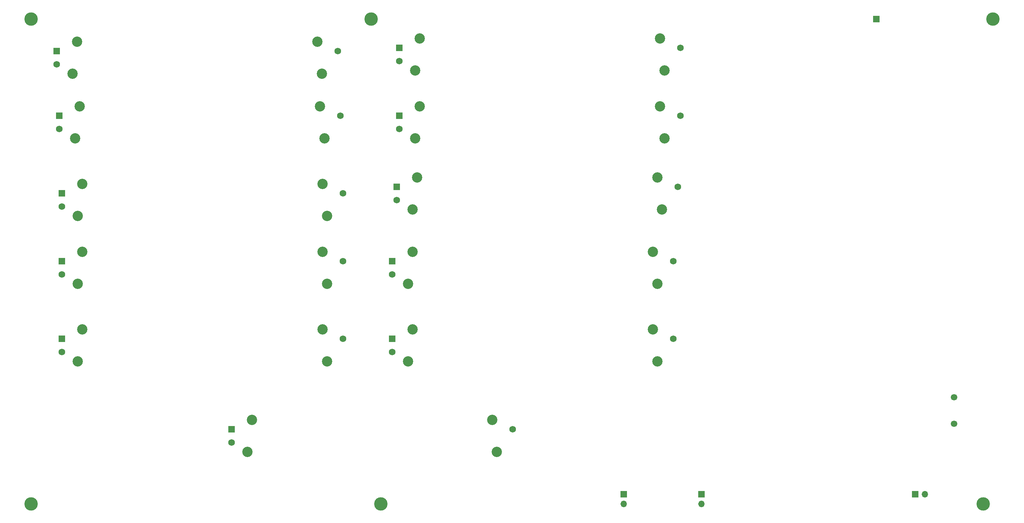
<source format=gbr>
%TF.GenerationSoftware,KiCad,Pcbnew,7.0.6*%
%TF.CreationDate,2023-07-25T22:23:12+05:30*%
%TF.ProjectId,class2_assignment,636c6173-7332-45f6-9173-7369676e6d65,rev?*%
%TF.SameCoordinates,Original*%
%TF.FileFunction,Soldermask,Bot*%
%TF.FilePolarity,Negative*%
%FSLAX46Y46*%
G04 Gerber Fmt 4.6, Leading zero omitted, Abs format (unit mm)*
G04 Created by KiCad (PCBNEW 7.0.6) date 2023-07-25 22:23:12*
%MOMM*%
%LPD*%
G01*
G04 APERTURE LIST*
%ADD10R,1.700000X1.700000*%
%ADD11O,1.700000X1.700000*%
%ADD12R,1.750000X1.750000*%
%ADD13C,1.750000*%
%ADD14C,2.700000*%
%ADD15C,3.500000*%
%ADD16C,1.700000*%
G04 APERTURE END LIST*
D10*
%TO.C,J4*%
X177800000Y-147320000D03*
D11*
X177800000Y-149860000D03*
%TD*%
D10*
%TO.C,J3*%
X254000000Y-147320000D03*
D11*
X256540000Y-147320000D03*
%TD*%
D12*
%TO.C,RV10*%
X117270000Y-106590000D03*
D13*
X117270000Y-110090000D03*
X190770000Y-106590000D03*
D14*
X121420000Y-112540000D03*
X122620000Y-104140000D03*
X185420000Y-104140000D03*
X186620000Y-112540000D03*
%TD*%
D12*
%TO.C,RV6*%
X30910000Y-68490000D03*
D13*
X30910000Y-71990000D03*
X104410000Y-68490000D03*
D14*
X35060000Y-74440000D03*
X36260000Y-66040000D03*
X99060000Y-66040000D03*
X100260000Y-74440000D03*
%TD*%
D15*
%TO.C,H1*%
X111760000Y-22860000D03*
%TD*%
D12*
%TO.C,RV3*%
X119110000Y-48170000D03*
D13*
X119110000Y-51670000D03*
X192610000Y-48170000D03*
D14*
X123260000Y-54120000D03*
X124460000Y-45720000D03*
X187260000Y-45720000D03*
X188460000Y-54120000D03*
%TD*%
D12*
%TO.C,RV4*%
X118420000Y-66830000D03*
D13*
X118420000Y-70330000D03*
X191920000Y-66830000D03*
D14*
X122570000Y-72780000D03*
X123770000Y-64380000D03*
X186570000Y-64380000D03*
X187770000Y-72780000D03*
%TD*%
D15*
%TO.C,H3*%
X22860000Y-149860000D03*
%TD*%
D12*
%TO.C,RV9*%
X117270000Y-86270000D03*
D13*
X117270000Y-89770000D03*
X190770000Y-86270000D03*
D14*
X121420000Y-92220000D03*
X122620000Y-83820000D03*
X185420000Y-83820000D03*
X186620000Y-92220000D03*
%TD*%
D12*
%TO.C,RV5*%
X119110000Y-30390000D03*
D13*
X119110000Y-33890000D03*
X192610000Y-30390000D03*
D14*
X123260000Y-36340000D03*
X124460000Y-27940000D03*
X187260000Y-27940000D03*
X188460000Y-36340000D03*
%TD*%
D12*
%TO.C,RV7*%
X30910000Y-86270000D03*
D13*
X30910000Y-89770000D03*
X104410000Y-86270000D03*
D14*
X35060000Y-92220000D03*
X36260000Y-83820000D03*
X99060000Y-83820000D03*
X100260000Y-92220000D03*
%TD*%
D12*
%TO.C,RV2*%
X30210000Y-48170000D03*
D13*
X30210000Y-51670000D03*
X103710000Y-48170000D03*
D14*
X34360000Y-54120000D03*
X35560000Y-45720000D03*
X98360000Y-45720000D03*
X99560000Y-54120000D03*
%TD*%
D10*
%TO.C,J1*%
X243840000Y-22860000D03*
%TD*%
D12*
%TO.C,RV8*%
X30910000Y-106590000D03*
D13*
X30910000Y-110090000D03*
X104410000Y-106590000D03*
D14*
X35060000Y-112540000D03*
X36260000Y-104140000D03*
X99060000Y-104140000D03*
X100260000Y-112540000D03*
%TD*%
D10*
%TO.C,J5*%
X198120000Y-147320000D03*
D11*
X198120000Y-149860000D03*
%TD*%
D15*
%TO.C,H6*%
X271780000Y-149860000D03*
%TD*%
D12*
%TO.C,RV11*%
X75240000Y-130330000D03*
D13*
X75240000Y-133830000D03*
X148740000Y-130330000D03*
D14*
X79390000Y-136280000D03*
X80590000Y-127880000D03*
X143390000Y-127880000D03*
X144590000Y-136280000D03*
%TD*%
D15*
%TO.C,H2*%
X114300000Y-149860000D03*
%TD*%
D16*
%TO.C,J2*%
X264160000Y-121920000D03*
X264160000Y-128920000D03*
%TD*%
D15*
%TO.C,H4*%
X22860000Y-22860000D03*
%TD*%
D12*
%TO.C,RV1*%
X29520000Y-31270000D03*
D13*
X29520000Y-34770000D03*
X103020000Y-31270000D03*
D14*
X33670000Y-37220000D03*
X34870000Y-28820000D03*
X97670000Y-28820000D03*
X98870000Y-37220000D03*
%TD*%
D15*
%TO.C,H5*%
X274320000Y-22860000D03*
%TD*%
M02*

</source>
